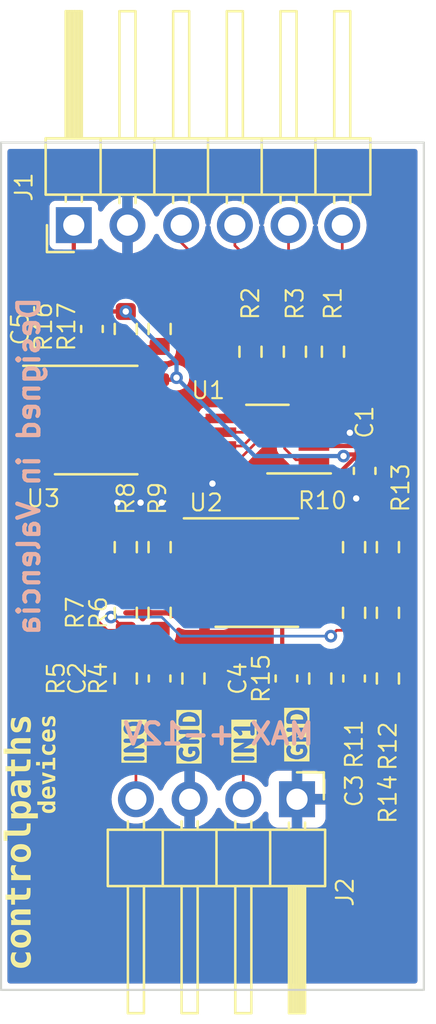
<source format=kicad_pcb>
(kicad_pcb (version 20221018) (generator pcbnew)
  (layers (0 "F.Cu" signal) (31 "B.Cu" signal) (34 "B.Paste" user) (35 "F.Paste" user) (36 "B.SilkS" user "B.Silkscreen") (37 "F.SilkS" user "F.Silkscreen") (38 "B.Mask" user) (39 "F.Mask" user) (44 "Edge.Cuts" user))
  (net 0 "")
  (net 1 "+3V3")
  (net 2 "GND")
  (net 3 "Net-(C2-Pad2)")
  (net 4 "Net-(C3-Pad2)")
  (net 5 "CS")
  (net 6 "DIN")
  (net 7 "DOUT")
  (net 8 "SCLK")
  (net 9 "ADC_IN1")
  (net 10 "ADC_IN0")
  (net 11 "Net-(U1-~{CS})")
  (net 12 "Net-(U1-DIN)")
  (net 13 "Net-(U1-SCLK)")
  (net 14 "Net-(U2A-+)")
  (net 15 "1v65")
  (net 16 "Net-(U2A--)")
  (net 17 "Net-(U1-IN1)")
  (net 18 "Net-(U2B--)")
  (net 19 "Net-(U1-IN2)")
  (net 20 "Net-(U2B-+)")
  (net 21 "Net-(U3B-+)")
  (net 22 "Net-(U3A-+)")
  (footprint "Resistor_SMD:R_0603_1608Metric" (layer "F.Cu") (at 118.3 65.3 90)
    (fp_text reference "R14" (at -5.7 0 90) (layer "F.SilkS") (effects (font (size 0.8 0.8) (thickness 0.1))))
    (fp_text value "1k")
    (fp_line (start -0.237258 -0.5225) (end 0.237258 -0.5225) (stroke (width 0.12)) (layer "F.SilkS"))
    (fp_line (start -0.237258 0.5225) (end 0.237258 0.5225) (stroke (width 0.12)) (layer "F.SilkS"))
    (pad "1" smd roundrect (at -0.825 0 90) (size 0.8 0.95) (layers "F.Cu" "F.Paste" "F.Mask") (net 2 "GND"))
    (pad "2" smd roundrect (at 0.825 0 90) (size 0.8 0.95) (layers "F.Cu" "F.Paste" "F.Mask") (net 4 "Net-(C3-Pad2)"))
  )
  (footprint "Package_SO:SOIC-8_3.9x4.9mm_P1.27mm" (layer "F.Cu") (at 104.5 53.1)
    (fp_text reference "U3" (at -2.5 3.7) (layer "F.SilkS") (effects (font (size 0.8 0.8) (thickness 0.1))))
    (fp_text value "TLV9062xD")
    (fp_line (start 0 -2.56) (end -3.45 -2.56) (stroke (width 0.12)) (layer "F.SilkS"))
    (fp_line (start 0 -2.56) (end 1.95 -2.56) (stroke (width 0.12)) (layer "F.SilkS"))
    (fp_line (start 0 2.56) (end -1.95 2.56) (stroke (width 0.12)) (layer "F.SilkS"))
    (fp_line (start 0 2.56) (end 1.95 2.56) (stroke (width 0.12)) (layer "F.SilkS"))
    (pad "1" smd roundrect (at -2.475 -1.905) (size 1.95 0.6) (layers "F.Cu" "F.Paste" "F.Mask") (net 2 "GND"))
    (pad "2" smd roundrect (at -2.475 -0.635) (size 1.95 0.6) (layers "F.Cu" "F.Paste" "F.Mask") (net 22 "Net-(U3A-+)"))
    (pad "3" smd roundrect (at -2.475 0.635) (size 1.95 0.6) (layers "F.Cu" "F.Paste" "F.Mask") (net 22 "Net-(U3A-+)"))
    (pad "4" smd roundrect (at -2.475 1.905) (size 1.95 0.6) (layers "F.Cu" "F.Paste" "F.Mask") (net 2 "GND"))
    (pad "5" smd roundrect (at 2.475 1.905) (size 1.95 0.6) (layers "F.Cu" "F.Paste" "F.Mask") (net 21 "Net-(U3B-+)"))
    (pad "6" smd roundrect (at 2.475 0.635) (size 1.95 0.6) (layers "F.Cu" "F.Paste" "F.Mask") (net 15 "1v65"))
    (pad "7" smd roundrect (at 2.475 -0.635) (size 1.95 0.6) (layers "F.Cu" "F.Paste" "F.Mask") (net 15 "1v65"))
    (pad "8" smd roundrect (at 2.475 -1.905) (size 1.95 0.6) (layers "F.Cu" "F.Paste" "F.Mask") (net 1 "+3V3"))
  )
  (footprint "Resistor_SMD:R_0603_1608Metric" (layer "F.Cu") (at 116.7 59.1 90)
    (fp_text reference "R10" (at 2.2 -1.5 180) (layer "F.SilkS") (effects (font (size 0.8 0.8) (thickness 0.1))))
    (fp_text value "10k")
    (fp_line (start -0.237258 -0.5225) (end 0.237258 -0.5225) (stroke (width 0.12)) (layer "F.SilkS"))
    (fp_line (start -0.237258 0.5225) (end 0.237258 0.5225) (stroke (width 0.12)) (layer "F.SilkS"))
    (pad "1" smd roundrect (at -0.825 0 90) (size 0.8 0.95) (layers "F.Cu" "F.Paste" "F.Mask") (net 18 "Net-(U2B--)"))
    (pad "2" smd roundrect (at 0.825 0 90) (size 0.8 0.95) (layers "F.Cu" "F.Paste" "F.Mask") (net 19 "Net-(U1-IN2)"))
  )
  (footprint "Resistor_SMD:R_0603_1608Metric" (layer "F.Cu") (at 116.7 62.2 90)
    (fp_text reference "R11" (at -6.2 0 90) (layer "F.SilkS") (effects (font (size 0.8 0.8) (thickness 0.1))))
    (fp_text value "10k")
    (fp_line (start -0.237258 -0.5225) (end 0.237258 -0.5225) (stroke (width 0.12)) (layer "F.SilkS"))
    (fp_line (start -0.237258 0.5225) (end 0.237258 0.5225) (stroke (width 0.12)) (layer "F.SilkS"))
    (pad "1" smd roundrect (at -0.825 0 90) (size 0.8 0.95) (layers "F.Cu" "F.Paste" "F.Mask") (net 15 "1v65"))
    (pad "2" smd roundrect (at 0.825 0 90) (size 0.8 0.95) (layers "F.Cu" "F.Paste" "F.Mask") (net 20 "Net-(U2B-+)"))
  )
  (footprint "Resistor_SMD:R_0603_1608Metric" (layer "F.Cu") (at 118.3 62.2 90)
    (fp_text reference "R12" (at -6.3 0 90) (layer "F.SilkS") (effects (font (size 0.8 0.8) (thickness 0.1))))
    (fp_text value "10k")
    (fp_line (start -0.237258 -0.5225) (end 0.237258 -0.5225) (stroke (width 0.12)) (layer "F.SilkS"))
    (fp_line (start -0.237258 0.5225) (end 0.237258 0.5225) (stroke (width 0.12)) (layer "F.SilkS"))
    (pad "1" smd roundrect (at -0.825 0 90) (size 0.8 0.95) (layers "F.Cu" "F.Paste" "F.Mask") (net 4 "Net-(C3-Pad2)"))
    (pad "2" smd roundrect (at 0.825 0 90) (size 0.8 0.95) (layers "F.Cu" "F.Paste" "F.Mask") (net 20 "Net-(U2B-+)"))
  )
  (footprint "Resistor_SMD:R_0603_1608Metric" (layer "F.Cu") (at 115.1 65.3 90)
    (fp_text reference "R15" (at 0 -2.8 90) (layer "F.SilkS") (effects (font (size 0.8 0.8) (thickness 0.1))))
    (fp_text value "6k8")
    (fp_line (start -0.237258 -0.5225) (end 0.237258 -0.5225) (stroke (width 0.12)) (layer "F.SilkS"))
    (fp_line (start -0.237258 0.5225) (end 0.237258 0.5225) (stroke (width 0.12)) (layer "F.SilkS"))
    (pad "1" smd roundrect (at -0.825 0 90) (size 0.8 0.95) (layers "F.Cu" "F.Paste" "F.Mask") (net 9 "ADC_IN1"))
    (pad "2" smd roundrect (at 0.825 0 90) (size 0.8 0.95) (layers "F.Cu" "F.Paste" "F.Mask") (net 4 "Net-(C3-Pad2)"))
  )
  (footprint "Resistor_SMD:R_0603_1608Metric" (layer "F.Cu") (at 118.3 59.1 -90)
    (fp_text reference "R13" (at -2.8 -0.6 90) (layer "F.SilkS") (effects (font (size 0.8 0.8) (thickness 0.1))))
    (fp_text value "10k")
    (fp_line (start -0.237258 -0.5225) (end 0.237258 -0.5225) (stroke (width 0.12)) (layer "F.SilkS"))
    (fp_line (start -0.237258 0.5225) (end 0.237258 0.5225) (stroke (width 0.12)) (layer "F.SilkS"))
    (pad "1" smd roundrect (at -0.825 0 270) (size 0.8 0.95) (layers "F.Cu" "F.Paste" "F.Mask") (net 2 "GND"))
    (pad "2" smd roundrect (at 0.825 0 270) (size 0.8 0.95) (layers "F.Cu" "F.Paste" "F.Mask") (net 18 "Net-(U2B--)"))
  )
  (footprint "Resistor_SMD:R_0603_1608Metric" (layer "F.Cu") (at 113.9 49.875 -90)
    (fp_text reference "R3" (at -2.275 0 90) (layer "F.SilkS") (effects (font (size 0.8 0.8) (thickness 0.1))))
    (fp_text value "100")
    (fp_line (start -0.237258 -0.5225) (end 0.237258 -0.5225) (stroke (width 0.12)) (layer "F.SilkS"))
    (fp_line (start -0.237258 0.5225) (end 0.237258 0.5225) (stroke (width 0.12)) (layer "F.SilkS"))
    (pad "1" smd roundrect (at -0.825 0 270) (size 0.8 0.95) (layers "F.Cu" "F.Paste" "F.Mask") (net 8 "SCLK"))
    (pad "2" smd roundrect (at 0.825 0 270) (size 0.8 0.95) (layers "F.Cu" "F.Paste" "F.Mask") (net 13 "Net-(U1-SCLK)"))
  )
  (footprint "Resistor_SMD:R_0603_1608Metric" (layer "F.Cu") (at 105.9 65.3 90)
    (fp_text reference "R5" (at 0 -3.3 90) (layer "F.SilkS") (effects (font (size 0.8 0.8) (thickness 0.1))))
    (fp_text value "6k8")
    (fp_line (start -0.237258 -0.5225) (end 0.237258 -0.5225) (stroke (width 0.12)) (layer "F.SilkS"))
    (fp_line (start -0.237258 0.5225) (end 0.237258 0.5225) (stroke (width 0.12)) (layer "F.SilkS"))
    (pad "1" smd roundrect (at -0.825 0 90) (size 0.8 0.95) (layers "F.Cu" "F.Paste" "F.Mask") (net 10 "ADC_IN0"))
    (pad "2" smd roundrect (at 0.825 0 90) (size 0.8 0.95) (layers "F.Cu" "F.Paste" "F.Mask") (net 3 "Net-(C2-Pad2)"))
  )
  (footprint "Connector_PinHeader_2.54mm:PinHeader_1x04_P2.54mm_Horizontal" (layer "F.Cu") (at 114 71 -90)
    (fp_text reference "J2" (at 4.385 -2.27 90) (layer "F.SilkS") (effects (font (size 0.8 0.8) (thickness 0.1))))
    (fp_text value "Conn_01x04_Pin")
    (fp_line (start -1.27 -1.27) (end 0 -1.27) (stroke (width 0.12)) (layer "F.SilkS"))
    (fp_line (start -1.27 0) (end -1.27 -1.27) (stroke (width 0.12)) (layer "F.SilkS"))
    (fp_line (start 1.042929 2.16) (end 1.44 2.16) (stroke (width 0.12)) (layer "F.SilkS"))
    (fp_line (start 1.042929 2.92) (end 1.44 2.92) (stroke (width 0.12)) (layer "F.SilkS"))
    (fp_line (start 1.042929 4.7) (end 1.44 4.7) (stroke (width 0.12)) (layer "F.SilkS"))
    (fp_line (start 1.042929 5.46) (end 1.44 5.46) (stroke (width 0.12)) (layer "F.SilkS"))
    (fp_line (start 1.042929 7.24) (end 1.44 7.24) (stroke (width 0.12)) (layer "F.SilkS"))
    (fp_line (start 1.042929 8) (end 1.44 8) (stroke (width 0.12)) (layer "F.SilkS"))
    (fp_line (start 1.11 -0.38) (end 1.44 -0.38) (stroke (width 0.12)) (layer "F.SilkS"))
    (fp_line (start 1.11 0.38) (end 1.44 0.38) (stroke (width 0.12)) (layer "F.SilkS"))
    (fp_line (start 1.44 -1.33) (end 1.44 8.95) (stroke (width 0.12)) (layer "F.SilkS"))
    (fp_line (start 1.44 1.27) (end 4.1 1.27) (stroke (width 0.12)) (layer "F.SilkS"))
    (fp_line (start 1.44 3.81) (end 4.1 3.81) (stroke (width 0.12)) (layer "F.SilkS"))
    (fp_line (start 1.44 6.35) (end 4.1 6.35) (stroke (width 0.12)) (layer "F.SilkS"))
    (fp_line (start 1.44 8.95) (end 4.1 8.95) (stroke (width 0.12)) (layer "F.SilkS"))
    (fp_line (start 4.1 -1.33) (end 1.44 -1.33) (stroke (width 0.12)) (layer "F.SilkS"))
    (fp_line (start 4.1 -0.38) (end 10.1 -0.38) (stroke (width 0.12)) (layer "F.SilkS"))
    (fp_line (start 4.1 -0.32) (end 10.1 -0.32) (stroke (width 0.12)) (layer "F.SilkS"))
    (fp_line (start 4.1 -0.2) (end 10.1 -0.2) (stroke (width 0.12)) (layer "F.SilkS"))
    (fp_line (start 4.1 -0.08) (end 10.1 -0.08) (stroke (width 0.12)) (layer "F.SilkS"))
    (fp_line (start 4.1 0.04) (end 10.1 0.04) (stroke (width 0.12)) (layer "F.SilkS"))
    (fp_line (start 4.1 0.16) (end 10.1 0.16) (stroke (width 0.12)) (layer "F.SilkS"))
    (fp_line (start 4.1 0.28) (end 10.1 0.28) (stroke (width 0.12)) (layer "F.SilkS"))
    (fp_line (start 4.1 2.16) (end 10.1 2.16) (stroke (width 0.12)) (layer "F.SilkS"))
    (fp_line (start 4.1 4.7) (end 10.1 4.7) (stroke (width 0.12)) (layer "F.SilkS"))
    (fp_line (start 4.1 7.24) (end 10.1 7.24) (stroke (width 0.12)) (layer "F.SilkS"))
    (fp_line (start 4.1 8.95) (end 4.1 -1.33) (stroke (width 0.12)) (layer "F.SilkS"))
    (fp_line (start 10.1 -0.38) (end 10.1 0.38) (stroke (width 0.12)) (layer "F.SilkS"))
    (fp_line (start 10.1 0.38) (end 4.1 0.38) (stroke (width 0.12)) (layer "F.SilkS"))
    (fp_line (start 10.1 2.16) (end 10.1 2.92) (stroke (width 0.12)) (layer "F.SilkS"))
    (fp_line (start 10.1 2.92) (end 4.1 2.92) (stroke (width 0.12)) (layer "F.SilkS"))
    (fp_line (start 10.1 4.7) (end 10.1 5.46) (stroke (width 0.12)) (layer "F.SilkS"))
    (fp_line (start 10.1 5.46) (end 4.1 5.46) (stroke (width 0.12)) (layer "F.SilkS"))
    (fp_line (start 10.1 7.24) (end 10.1 8) (stroke (width 0.12)) (layer "F.SilkS"))
    (fp_line (start 10.1 8) (end 4.1 8) (stroke (width 0.12)) (layer "F.SilkS"))
    (pad "1" thru_hole rect (at 0 0 270) (size 1.7 1.7) (drill 1) (layers "*.Cu" "*.Mask") (net 2 "GND"))
    (pad "2" thru_hole oval (at 0 2.54 270) (size 1.7 1.7) (drill 1) (layers "*.Cu" "*.Mask") (net 9 "ADC_IN1"))
    (pad "3" thru_hole oval (at 0 5.08 270) (size 1.7 1.7) (drill 1) (layers "*.Cu" "*.Mask") (net 2 "GND"))
    (pad "4" thru_hole oval (at 0 7.62 270) (size 1.7 1.7) (drill 1) (layers "*.Cu" "*.Mask") (net 10 "ADC_IN0"))
  )
  (footprint "Resistor_SMD:R_0603_1608Metric" (layer "F.Cu") (at 107.5 48.8 90)
    (fp_text reference "R17" (at 0.1 -4.4 90) (layer "F.SilkS") (effects (font (size 0.8 0.8) (thickness 0.1))))
    (fp_text value "10k")
    (fp_line (start -0.237258 -0.5225) (end 0.237258 -0.5225) (stroke (width 0.12)) (layer "F.SilkS"))
    (fp_line (start -0.237258 0.5225) (end 0.237258 0.5225) (stroke (width 0.12)) (layer "F.SilkS"))
    (pad "1" smd roundrect (at -0.825 0 90) (size 0.8 0.95) (layers "F.Cu" "F.Paste" "F.Mask") (net 21 "Net-(U3B-+)"))
    (pad "2" smd roundrect (at 0.825 0 90) (size 0.8 0.95) (layers "F.Cu" "F.Paste" "F.Mask") (net 2 "GND"))
  )
  (footprint "Resistor_SMD:R_0603_1608Metric" (layer "F.Cu") (at 115.7 49.875 -90)
    (fp_text reference "R1" (at -2.275 0 90) (layer "F.SilkS") (effects (font (size 0.8 0.8) (thickness 0.1))))
    (fp_text value "100")
    (fp_line (start -0.237258 -0.5225) (end 0.237258 -0.5225) (stroke (width 0.12)) (layer "F.SilkS"))
    (fp_line (start -0.237258 0.5225) (end 0.237258 0.5225) (stroke (width 0.12)) (layer "F.SilkS"))
    (pad "1" smd roundrect (at -0.825 0 270) (size 0.8 0.95) (layers "F.Cu" "F.Paste" "F.Mask") (net 5 "CS"))
    (pad "2" smd roundrect (at 0.825 0 270) (size 0.8 0.95) (layers "F.Cu" "F.Paste" "F.Mask") (net 11 "Net-(U1-~{CS})"))
  )
  (footprint "Resistor_SMD:R_0603_1608Metric" (layer "F.Cu") (at 107.5 62.2 90)
    (fp_text reference "R6" (at 0 -2.9 90) (layer "F.SilkS") (effects (font (size 0.8 0.8) (thickness 0.1))))
    (fp_text value "10k")
    (fp_line (start -0.237258 -0.5225) (end 0.237258 -0.5225) (stroke (width 0.12)) (layer "F.SilkS"))
    (fp_line (start -0.237258 0.5225) (end 0.237258 0.5225) (stroke (width 0.12)) (layer "F.SilkS"))
    (pad "1" smd roundrect (at -0.825 0 90) (size 0.8 0.95) (layers "F.Cu" "F.Paste" "F.Mask") (net 3 "Net-(C2-Pad2)"))
    (pad "2" smd roundrect (at 0.825 0 90) (size 0.8 0.95) (layers "F.Cu" "F.Paste" "F.Mask") (net 14 "Net-(U2A-+)"))
  )
  (footprint "Package_SO:SOIC-8_3.9x4.9mm_P1.27mm" (layer "F.Cu") (at 112.1 60.3)
    (fp_text reference "U2" (at -2.4 -3.3) (layer "F.SilkS") (effects (font (size 0.8 0.8) (thickness 0.1))))
    (fp_text value "TLV9062xD")
    (fp_line (start 0 -2.56) (end -3.45 -2.56) (stroke (width 0.12)) (layer "F.SilkS"))
    (fp_line (start 0 -2.56) (end 1.95 -2.56) (stroke (width 0.12)) (layer "F.SilkS"))
    (fp_line (start 0 2.56) (end -1.95 2.56) (stroke (width 0.12)) (layer "F.SilkS"))
    (fp_line (start 0 2.56) (end 1.95 2.56) (stroke (width 0.12)) (layer "F.SilkS"))
    (pad "1" smd roundrect (at -2.475 -1.905) (size 1.95 0.6) (layers "F.Cu" "F.Paste" "F.Mask") (net 17 "Net-(U1-IN1)"))
    (pad "2" smd roundrect (at -2.475 -0.635) (size 1.95 0.6) (layers "F.Cu" "F.Paste" "F.Mask") (net 16 "Net-(U2A--)"))
    (pad "3" smd roundrect (at -2.475 0.635) (size 1.95 0.6) (layers "F.Cu" "F.Paste" "F.Mask") (net 14 "Net-(U2A-+)"))
    (pad "4" smd roundrect (at -2.475 1.905) (size 1.95 0.6) (layers "F.Cu" "F.Paste" "F.Mask") (net 2 "GND"))
    (pad "5" smd roundrect (at 2.475 1.905) (size 1.95 0.6) (layers "F.Cu" "F.Paste" "F.Mask") (net 20 "Net-(U2B-+)"))
    (pad "6" smd roundrect (at 2.475 0.635) (size 1.95 0.6) (layers "F.Cu" "F.Paste" "F.Mask") (net 18 "Net-(U2B--)"))
    (pad "7" smd roundrect (at 2.475 -0.635) (size 1.95 0.6) (layers "F.Cu" "F.Paste" "F.Mask") (net 19 "Net-(U1-IN2)"))
    (pad "8" smd roundrect (at 2.475 -1.905) (size 1.95 0.6) (layers "F.Cu" "F.Paste" "F.Mask") (net 1 "+3V3"))
  )
  (footprint "Resistor_SMD:R_0603_1608Metric" (layer "F.Cu") (at 109.1 65.3 90)
    (fp_text reference "R4" (at 0 -4.5 90) (layer "F.SilkS") (effects (font (size 0.8 0.8) (thickness 0.1))))
    (fp_text value "1k")
    (fp_line (start -0.237258 -0.5225) (end 0.237258 -0.5225) (stroke (width 0.12)) (layer "F.SilkS"))
    (fp_line (start -0.237258 0.5225) (end 0.237258 0.5225) (stroke (width 0.12)) (layer "F.SilkS"))
    (pad "1" smd roundrect (at -0.825 0 90) (size 0.8 0.95) (layers "F.Cu" "F.Paste" "F.Mask") (net 2 "GND"))
    (pad "2" smd roundrect (at 0.825 0 90) (size 0.8 0.95) (layers "F.Cu" "F.Paste" "F.Mask") (net 3 "Net-(C2-Pad2)"))
  )
  (footprint "Resistor_SMD:R_0603_1608Metric" (layer "F.Cu") (at 107.5 59.1 90)
    (fp_text reference "R9" (at 2.3 -0.1 90) (layer "F.SilkS") (effects (font (size 0.8 0.8) (thickness 0.1))))
    (fp_text value "10k")
    (fp_line (start -0.237258 -0.5225) (end 0.237258 -0.5225) (stroke (width 0.12)) (layer "F.SilkS"))
    (fp_line (start -0.237258 0.5225) (end 0.237258 0.5225) (stroke (width 0.12)) (layer "F.SilkS"))
    (pad "1" smd roundrect (at -0.825 0 90) (size 0.8 0.95) (layers "F.Cu" "F.Paste" "F.Mask") (net 16 "Net-(U2A--)"))
    (pad "2" smd roundrect (at 0.825 0 90) (size 0.8 0.95) (layers "F.Cu" "F.Paste" "F.Mask") (net 17 "Net-(U1-IN1)"))
  )
  (footprint "Capacitor_SMD:C_0603_1608Metric" (layer "F.Cu") (at 116.7 65.3 90)
    (fp_text reference "C3" (at -5.3 0 90) (layer "F.SilkS") (effects (font (size 0.8 0.8) (thickness 0.1))))
    (fp_text value "2n2")
    (fp_line (start -0.14058 -0.51) (end 0.14058 -0.51) (stroke (width 0.12)) (layer "F.SilkS"))
    (fp_line (start -0.14058 0.51) (end 0.14058 0.51) (stroke (width 0.12)) (layer "F.SilkS"))
    (pad "1" smd roundrect (at -0.775 0 90) (size 0.9 0.95) (layers "F.Cu" "F.Paste" "F.Mask") (net 2 "GND"))
    (pad "2" smd roundrect (at 0.775 0 90) (size 0.9 0.95) (layers "F.Cu" "F.Paste" "F.Mask") (net 4 "Net-(C3-Pad2)"))
  )
  (footprint "Resistor_SMD:R_0603_1608Metric" (layer "F.Cu") (at 105.9 59.1 -90)
    (fp_text reference "R8" (at -2.3 0 90) (layer "F.SilkS") (effects (font (size 0.8 0.8) (thickness 0.1))))
    (fp_text value "10k")
    (fp_line (start -0.237258 -0.5225) (end 0.237258 -0.5225) (stroke (width 0.12)) (layer "F.SilkS"))
    (fp_line (start -0.237258 0.5225) (end 0.237258 0.5225) (stroke (width 0.12)) (layer "F.SilkS"))
    (pad "1" smd roundrect (at -0.825 0 270) (size 0.8 0.95) (layers "F.Cu" "F.Paste" "F.Mask") (net 2 "GND"))
    (pad "2" smd roundrect (at 0.825 0 270) (size 0.8 0.95) (layers "F.Cu" "F.Paste" "F.Mask") (net 16 "Net-(U2A--)"))
  )
  (footprint "Package_SO:VSSOP-8_3.0x3.0mm_P0.65mm" (layer "F.Cu") (at 112.6 54 180)
    (fp_text reference "U1" (at 2.8 2.3) (layer "F.SilkS") (effects (font (size 0.8 0.8) (thickness 0.1))))
    (fp_text value "ADC122Sxxx")
    (fp_line (start 0 -1.62) (end -3 -1.62) (stroke (width 0.12)) (layer "F.SilkS"))
    (fp_line (start 1 1.62) (end -1 1.62) (stroke (width 0.12)) (layer "F.SilkS"))
    (pad "1" smd rect (at -2.2 -0.975 90) (size 0.45 1.45) (layers "F.Cu" "F.Paste" "F.Mask") (net 11 "Net-(U1-~{CS})"))
    (pad "2" smd rect (at -2.2 -0.325 90) (size 0.45 1.45) (layers "F.Cu" "F.Paste" "F.Mask") (net 1 "+3V3"))
    (pad "3" smd rect (at -2.2 0.325 90) (size 0.45 1.45) (layers "F.Cu" "F.Paste" "F.Mask") (net 2 "GND"))
    (pad "4" smd rect (at -2.2 0.975 90) (size 0.45 1.45) (layers "F.Cu" "F.Paste" "F.Mask") (net 19 "Net-(U1-IN2)"))
    (pad "5" smd rect (at 2.2 0.975 90) (size 0.45 1.45) (layers "F.Cu" "F.Paste" "F.Mask") (net 17 "Net-(U1-IN1)"))
    (pad "6" smd rect (at 2.2 0.325 90) (size 0.45 1.45) (layers "F.Cu" "F.Paste" "F.Mask") (net 12 "Net-(U1-DIN)"))
    (pad "7" smd rect (at 2.2 -0.325 90) (size 0.45 1.45) (layers "F.Cu" "F.Paste" "F.Mask") (net 7 "DOUT"))
    (pad "8" smd rect (at 2.2 -0.975 90) (size 0.45 1.45) (layers "F.Cu" "F.Paste" "F.Mask") (net 13 "Net-(U1-SCLK)"))
  )
  (footprint "Resistor_SMD:R_0603_1608Metric" (layer "F.Cu") (at 105.9 48.8 -90)
    (fp_text reference "R16" (at -0.1 3.9 90) (layer "F.SilkS") (effects (font (size 0.8 0.8) (thickness 0.1))))
    (fp_text value "10k")
    (fp_line (start -0.237258 -0.5225) (end 0.237258 -0.5225) (stroke (width 0.12)) (layer "F.SilkS"))
    (fp_line (start -0.237258 0.5225) (end 0.237258 0.5225) (stroke (width 0.12)) (layer "F.SilkS"))
    (pad "1" smd roundrect (at -0.825 0 270) (size 0.8 0.95) (layers "F.Cu" "F.Paste" "F.Mask") (net 1 "+3V3"))
    (pad "2" smd roundrect (at 0.825 0 270) (size 0.8 0.95) (layers "F.Cu" "F.Paste" "F.Mask") (net 21 "Net-(U3B-+)"))
  )
  (footprint "Resistor_SMD:R_0603_1608Metric" (layer "F.Cu") (at 111.8 49.875 -90)
    (fp_text reference "R2" (at -2.275 0 90) (layer "F.SilkS") (effects (font (size 0.8 0.8) (thickness 0.1))))
    (fp_text value "100")
    (fp_line (start -0.237258 -0.5225) (end 0.237258 -0.5225) (stroke (width 0.12)) (layer "F.SilkS"))
    (fp_line (start -0.237258 0.5225) (end 0.237258 0.5225) (stroke (width 0.12)) (layer "F.SilkS"))
    (pad "1" smd roundrect (at -0.825 0 270) (size 0.8 0.95) (layers "F.Cu" "F.Paste" "F.Mask") (net 6 "DIN"))
    (pad "2" smd roundrect (at 0.825 0 270) (size 0.8 0.95) (layers "F.Cu" "F.Paste" "F.Mask") (net 12 "Net-(U1-DIN)"))
  )
  (footprint "Capacitor_SMD:C_0603_1608Metric" (layer "F.Cu") (at 104.3 48.8 -90)
    (fp_text reference "C5" (at 0 3.4 90) (layer "F.SilkS") (effects (font (size 0.8 0.8) (thickness 0.1))))
    (fp_text value "100n")
    (fp_line (start -0.14058 -0.51) (end 0.14058 -0.51) (stroke (width 0.12)) (layer "F.SilkS"))
    (fp_line (start -0.14058 0.51) (end 0.14058 0.51) (stroke (width 0.12)) (layer "F.SilkS"))
    (pad "1" smd roundrect (at -0.775 0 270) (size 0.9 0.95) (layers "F.Cu" "F.Paste" "F.Mask") (net 1 "+3V3"))
    (pad "2" smd roundrect (at 0.775 0 270) (size 0.9 0.95) (layers "F.Cu" "F.Paste" "F.Mask") (net 2 "GND"))
  )
  (footprint "Capacitor_SMD:C_0603_1608Metric" (layer "F.Cu") (at 107.5 65.3 90)
    (fp_text reference "C2" (at 0 -3.9 90) (layer "F.SilkS") (effects (font (size 0.8 0.8) (thickness 0.1))))
    (fp_text value "2n2")
    (fp_line (start -0.14058 -0.51) (end 0.14058 -0.51) (stroke (width 0.12)) (layer "F.SilkS"))
    (fp_line (start -0.14058 0.51) (end 0.14058 0.51) (stroke (width 0.12)) (layer "F.SilkS"))
    (pad "1" smd roundrect (at -0.775 0 90) (size 0.9 0.95) (layers "F.Cu" "F.Paste" "F.Mask") (net 2 "GND"))
    (pad "2" smd roundrect (at 0.775 0 90) (size 0.9 0.95) (layers "F.Cu" "F.Paste" "F.Mask") (net 3 "Net-(C2-Pad2)"))
  )
  (footprint "Resistor_SMD:R_0603_1608Metric" (layer "F.Cu") (at 105.9 62.2 90)
    (fp_text reference "R7" (at 0 -2.4 90) (layer "F.SilkS") (effects (font (size 0.8 0.8) (thickness 0.1))))
    (fp_text value "10k")
    (fp_line (start -0.237258 -0.5225) (end 0.237258 -0.5225) (stroke (width 0.12)) (layer "F.SilkS"))
    (fp_line (start -0.237258 0.5225) (end 0.237258 0.5225) (stroke (width 0.12)) (layer "F.SilkS"))
    (pad "1" smd roundrect (at -0.825 0 90) (size 0.8 0.95) (layers "F.Cu" "F.Paste" "F.Mask") (net 15 "1v65"))
    (pad "2" smd roundrect (at 0.825 0 90) (size 0.8 0.95) (layers "F.Cu" "F.Paste" "F.Mask") (net 14 "Net-(U2A-+)"))
  )
  (footprint "Capacitor_SMD:C_0603_1608Metric" (layer "F.Cu") (at 117.2 55.5 -90)
    (fp_text reference "C1" (at -2.3 0 90) (layer "F.SilkS") (effects (font (size 0.8 0.8) (thickness 0.1))))
    (fp_text value "100n")
    (fp_line (start -0.14058 -0.51) (end 0.14058 -0.51) (stroke (width 0.12)) (layer "F.SilkS"))
    (fp_line (start -0.14058 0.51) (end 0.14058 0.51) (stroke (width 0.12)) (layer "F.SilkS"))
    (pad "1" smd roundrect (at -0.775 0 270) (size 0.9 0.95) (layers "F.Cu" "F.Paste" "F.Mask") (net 1 "+3V3"))
    (pad "2" smd roundrect (at 0.775 0 270) (size 0.9 0.95) (layers "F.Cu" "F.Paste" "F.Mask") (net 2 "GND"))
  )
  (footprint "Capacitor_SMD:C_0603_1608Metric" (layer "F.Cu") (at 113.5 65.3 -90)
    (fp_text reference "C4" (at 0 2.3 90) (layer "F.SilkS") (effects (font (size 0.8 0.8) (thickness 0.1))))
    (fp_text value "100n")
    (fp_line (start -0.14058 -0.51) (end 0.14058 -0.51) (stroke (width 0.12)) (layer "F.SilkS"))
    (fp_line (start -0.14058 0.51) (end 0.14058 0.51) (stroke (width 0.12)) (layer "F.SilkS"))
    (pad "1" smd roundrect (at -0.775 0 270) (size 0.9 0.95) (layers "F.Cu" "F.Paste" "F.Mask") (net 1 "+3V3"))
    (pad "2" smd roundrect (at 0.775 0 270) (size 0.9 0.95) (layers "F.Cu" "F.Paste" "F.Mask") (net 2 "GND"))
  )
  (footprint "Connector_PinHeader_2.54mm:PinHeader_1x06_P2.54mm_Horizontal" (layer "F.Cu") (at 103.44 43.9 90)
    (fp_text reference "J1" (at 1.8 -2.36 90) (layer "F.SilkS") (effects (font (size 0.8 0.8) (thickness 0.1))))
    (fp_text value "Conn_01x06_Pin")
    (fp_line (start -1.27 -1.27) (end 0 -1.27) (stroke (width 0.12)) (layer "F.SilkS"))
    (fp_line (start -1.27 0) (end -1.27 -1.27) (stroke (width 0.12)) (layer "F.SilkS"))
    (fp_line (start 1.042929 2.16) (end 1.44 2.16) (stroke (width 0.12)) (layer "F.SilkS"))
    (fp_line (start 1.042929 2.92) (end 1.44 2.92) (stroke (width 0.12)) (layer "F.SilkS"))
    (fp_line (start 1.042929 4.7) (end 1.44 4.7) (stroke (width 0.12)) (layer "F.SilkS"))
    (fp_line (start 1.042929 5.46) (end 1.44 5.46) (stroke (width 0.12)) (layer "F.SilkS"))
    (fp_line (start 1.042929 7.24) (end 1.44 7.24) (stroke (width 0.12)) (layer "F.SilkS"))
    (fp_line (start 1.042929 8) (end 1.44 8) (stroke (width 0.12)) (layer "F.SilkS"))
    (fp_line (start 1.042929 9.78) (end 1.44 9.78) (stroke (width 0.12)) (layer "F.SilkS"))
    (fp_line (start 1.042929 10.54) (end 1.44 10.54) (stroke (width 0.12)) (layer "F.SilkS"))
    (fp_line (start 1.042929 12.32) (end 1.44 12.32) (stroke (width 0.12)) (layer "F.SilkS"))
    (fp_line (start 1.042929 13.08) (end 1.44 13.08) (stroke (width 0.12)) (layer "F.SilkS"))
    (fp_line (start 1.11 -0.38) (end 1.44 -0.38) (stroke (width 0.12)) (layer "F.SilkS"))
    (fp_line (start 1.11 0.38) (end 1.44 0.38) (stroke (width 0.12)) (layer "F.SilkS"))
    (fp_line (start 1.44 -1.33) (end 1.44 14.03) (stroke (width 0.12)) (layer "F.SilkS"))
    (fp_line (start 1.44 1.27) (end 4.1 1.27) (stroke (width 0.12)) (layer "F.SilkS"))
    (fp_line (start 1.44 3.81) (end 4.1 3.81) (stroke (width 0.12)) (layer "F.SilkS"))
    (fp_line (start 1.44 6.35) (end 4.1 6.35) (stroke (width 0.12)) (layer "F.SilkS"))
    (fp_line (start 1.44 8.89) (end 4.1 8.89) (stroke (width 0.12)) (layer "F.SilkS"))
    (fp_line (start 1.44 11.43) (end 4.1 11.43) (stroke (width 0.12)) (layer "F.SilkS"))
    (fp_line (start 1.44 14.03) (end 4.1 14.03) (stroke (width 0.12)) (layer "F.SilkS"))
    (fp_line (start 4.1 -1.33) (end 1.44 -1.33) (stroke (width 0.12)) (layer "F.SilkS"))
    (fp_line (start 4.1 -0.38) (end 10.1 -0.38) (stroke (width 0.12)) (layer "F.SilkS"))
    (fp_line (start 4.1 -0.32) (end 10.1 -0.32) (stroke (width 0.12)) (layer "F.SilkS"))
    (fp_line (start 4.1 -0.2) (end 10.1 -0.2) (stroke (width 0.12)) (layer "F.SilkS"))
    (fp_line (start 4.1 -0.08) (end 10.1 -0.08) (stroke (width 0.12)) (layer "F.SilkS"))
    (fp_line (start 4.1 0.04) (end 10.1 0.04) (stroke (width 0.12)) (layer "F.SilkS"))
    (fp_line (start 4.1 0.16) (end 10.1 0.16) (stroke (width 0.12)) (layer "F.SilkS"))
    (fp_line (start 4.1 0.28) (end 10.1 0.28) (stroke (width 0.12)) (layer "F.SilkS"))
    (fp_line (start 4.1 2.16) (end 10.1 2.16) (stroke (width 0.12)) (layer "F.SilkS"))
    (fp_line (start 4.1 4.7) (end 10.1 4.7) (stroke (width 0.12)) (layer "F.SilkS"))
    (fp_line (start 4.1 7.24) (end 10.1 7.24) (stroke (width 0.12)) (layer "F.SilkS"))
    (fp_line (start 4.1 9.78) (end 10.1 9.78) (stroke (width 0.12)) (layer "F.SilkS"))
    (fp_line (start 4.1 12.32) (end 10.1 12.32) (stroke (width 0.12)) (layer "F.SilkS"))
    (fp_line (start 4.1 14.03) (end 4.1 -1.33) (stroke (width 0.12)) (layer "F.SilkS"))
    (fp_line (start 10.1 -0.38) (end 10.1 0.38) (stroke (width 0.12)) (layer "F.SilkS"))
    (fp_line (start 10.1 0.38) (end 4.1 0.38) (stroke (width 0.12)) (layer "F.SilkS"))
    (fp_line (start 10.1 2.16) (end 10.1 2.92) (stroke (width 0.12)) (layer "F.SilkS"))
    (fp_line (start 10.1 2.92) (end 4.1 2.92) (stroke (width 0.12)) (layer "F.SilkS"))
    (fp_line (start 10.1 4.7) (end 10.1 5.46) (stroke (width 0.12)) (layer "F.SilkS"))
    (fp_line (start 10.1 5.46) (end 4.1 5.46) (stroke (width 0.12)) (layer "F.SilkS"))
    (fp_line (start 10.1 7.24) (end 10.1 8) (stroke (width 0.12)) (layer "F.SilkS"))
    (fp_line (start 10.1 8) (end 4.1 8) (stroke (width 0.12)) (layer "F.SilkS"))
    (fp_line (start 10.1 9.78) (end 10.1 10.54) (stroke (width 0.12)) (layer "F.SilkS"))
    (fp_line (start 10.1 10.54) (end 4.1 10.54) (stroke (width 0.12)) (layer "F.SilkS"))
    (fp_line (start 10.1 12.32) (end 10.1 13.08) (stroke (width 0.12)) (layer "F.SilkS"))
    (fp_line (start 10.1 13.08) (end 4.1 13.08) (stroke (width 0.12)) (layer "F.SilkS"))
    (pad "1" thru_hole rect (at 0 0 90) (size 1.7 1.7) (drill 1) (layers "*.Cu" "*.Mask") (net 1 "+3V3"))
    (pad "2" thru_hole oval (at 0 2.54 90) (size 1.7 1.7) (drill 1) (layers "*.Cu" "*.Mask") (net 2 "GND"))
    (pad "3" thru_hole oval (at 0 5.08 90) (size 1.7 1.7) (drill 1) (layers "*.Cu" "*.Mask") (net 6 "DIN"))
    (pad "4" thru_hole oval (at 0 7.62 90) (size 1.7 1.7) (drill 1) (layers "*.Cu" "*.Mask") (net 7 "DOUT"))
    (pad "5" thru_hole oval (at 0 10.16 90) (size 1.7 1.7) (drill 1) (layers "*.Cu" "*.Mask") (net 8 "SCLK"))
    (pad "6" thru_hole oval (at 0 12.7 90) (size 1.7 1.7) (drill 1) (layers "*.Cu" "*.Mask") (net 5 "CS"))
  )
  (gr_line (start 120 40) (end 120 80) (stroke (width 0.1)) (layer "Edge.Cuts"))
  (gr_line (start 100 40) (end 120 40) (stroke (width 0.1)) (layer "Edge.Cuts"))
  (gr_line (start 120 80) (end 100 80) (stroke (width 0.1)) (layer "Edge.Cuts"))
  (gr_line (start 100 80) (end 100 40) (stroke (width 0.1)) (layer "Edge.Cuts"))
  (gr_text "MAX +-12V" (at 114.9 68.5) (layer "B.SilkS") (effects (font (size 1 1) (thickness 0.2) bold) (justify left bottom mirror)))
  (gr_text "Designed in Valencia" (at 101.9 47.2 90) (layer "B.SilkS") (effects (font (size 1 1) (thickness 0.2) bold) (justify left bottom mirror)))
  (gr_text "GND" (at 114.5 69.3 90) (layer "F.SilkS" knockout) (effects (font (size 0.8 0.8) (thickness 0.2) bold) (justify left bottom)))
  (gr_text "devices" (at 102.7 71.7 90) (layer "F.SilkS") (effects (font (size 0.8 0.8) (thickness 0.2) bold) (justify left bottom)))
  (gr_text "GND" (at 109.4 69.4 90) (layer "F.SilkS" knockout) (effects (font (size 0.8 0.8) (thickness 0.2) bold) (justify left bottom)))
  (gr_text "controlpaths" (at 101.6 79.1 90) (layer "F.SilkS") (effects (font (size 1.2 1.2) (thickness 0.3) bold) (justify left bottom)))
  (gr_text "IN1\n" (at 112 69.4 90) (layer "F.SilkS" knockout) (effects (font (size 0.8 0.8) (thickness 0.2) bold) (justify left bottom)))
  (gr_text "IN0" (at 106.8 69.4 90) (layer "F.SilkS" knockout) (effects (font (size 0.8 0.8) (thickness 0.2) bold) (justify left bottom)))
  (segment (start 103.44 47.165) (end 104.3 48.025) (width 0.2) (layer "F.Cu") (net 1))
  (segment (start 113.5 64.525) (end 113.3 64.325) (width 0.2) (layer "F.Cu") (net 1))
  (segment (start 114.575 58.395) (end 115.8 57.17) (width 0.2) (layer "F.Cu") (net 1))
  (segment (start 103.44 43.9) (end 103.44 47.165) (width 0.2) (layer "F.Cu") (net 1))
  (segment (start 105.9 47.975) (end 104.35 47.975) (width 0.2) (layer "F.Cu") (net 1))
  (segment (start 116.875 54.725) (end 117.2 54.725) (width 0.2) (layer "F.Cu") (net 1))
  (segment (start 108.205 51.195) (end 108.3 51.1) (width 0.2) (layer "F.Cu") (net 1))
  (segment (start 104.35 47.975) (end 104.3 48.025) (width 0.2) (layer "F.Cu") (net 1))
  (segment (start 116.275 54.725) (end 116.2 54.8) (width 0.2) (layer "F.Cu") (net 1))
  (segment (start 114.8 54.325) (end 116.8 54.325) (width 0.2) (layer "F.Cu") (net 1))
  (segment (start 116.8 54.325) (end 117.2 54.725) (width 0.2) (layer "F.Cu") (net 1))
  (segment (start 113.3 59) (end 113.905 58.395) (width 0.2) (layer "F.Cu") (net 1))
  (segment (start 115.8 55.8) (end 116.875 54.725) (width 0.2) (layer "F.Cu") (net 1))
  (segment (start 113.3 64.325) (end 113.3 59) (width 0.2) (layer "F.Cu") (net 1))
  (segment (start 113.905 58.395) (end 114.575 58.395) (width 0.2) (layer "F.Cu") (net 1))
  (segment (start 117.2 54.725) (end 116.275 54.725) (width 0.2) (layer "F.Cu") (net 1))
  (segment (start 106.975 51.195) (end 108.205 51.195) (width 0.2) (layer "F.Cu") (net 1))
  (segment (start 115.8 57.17) (end 115.8 55.8) (width 0.2) (layer "F.Cu") (net 1))
  (via (at 116.2 54.8) (size 0.6) (drill 0.3) (layers "F.Cu" "B.Cu") (net 1))
  (via (at 108.3 51.1) (size 0.6) (drill 0.3) (layers "F.Cu" "B.Cu") (net 1))
  (via (at 105.9 47.975) (size 0.6) (drill 0.3) (layers "F.Cu" "B.Cu") (net 1))
  (segment (start 108.3 51.1) (end 108.3 50.375) (width 0.2) (layer "B.Cu") (net 1))
  (segment (start 112 54.8) (end 116.2 54.8) (width 0.2) (layer "B.Cu") (net 1))
  (segment (start 108.3 50.375) (end 105.9 47.975) (width 0.2) (layer "B.Cu") (net 1))
  (segment (start 108.3 51.1) (end 112 54.8) (width 0.2) (layer "B.Cu") (net 1))
  (segment (start 116.4 53.7) (end 116.5 53.7) (width 0.127) (layer "F.Cu") (net 2))
  (segment (start 116.5 53.7) (end 116.375 53.675) (width 0.127) (layer "F.Cu") (net 2))
  (segment (start 114.8 53.675) (end 116.375 53.675) (width 0.127) (layer "F.Cu") (net 2))
  (via (at 106.6 57) (size 0.6) (drill 0.3) (layers "F.Cu" "B.Cu") (net 2))
  (via (at 116.5 53.7) (size 0.6) (drill 0.3) (layers "F.Cu" "B.Cu") (net 2))
  (via (at 107.6 57) (size 0.6) (drill 0.3) (layers "F.Cu" "B.Cu") (net 2))
  (via (at 110 56.1) (size 0.6) (drill 0.3) (layers "F.Cu" "B.Cu") (net 2))
  (via (at 105.5 57) (size 0.6) (drill 0.3) (layers "F.Cu" "B.Cu") (net 2))
  (via (at 116.8 56.8) (size 0.6) (drill 0.3) (layers "F.Cu" "B.Cu") (net 2))
  (segment (start 107.45 64.475) (end 107.5 64.525) (width 0.127) (layer "F.Cu") (net 3))
  (segment (start 107.5 63.025) (end 107.5 64.525) (width 0.127) (layer "F.Cu") (net 3))
  (segment (start 105.9 64.475) (end 107.45 64.475) (width 0.127) (layer "F.Cu") (net 3))
  (segment (start 109.05 64.525) (end 109.1 64.475) (width 0.127) (layer "F.Cu") (net 3))
  (segment (start 107.5 64.525) (end 109.05 64.525) (width 0.127) (layer "F.Cu") (net 3))
  (segment (start 116.7 64.525) (end 115.15 64.525) (width 0.127) (layer "F.Cu") (net 4))
  (segment (start 118.3 63.025) (end 118.3 64.475) (width 0.127) (layer "F.Cu") (net 4))
  (segment (start 115.15 64.525) (end 115.1 64.475) (width 0.127) (layer "F.Cu") (net 4))
  (segment (start 116.75 64.475) (end 116.7 64.525) (width 0.127) (layer "F.Cu") (net 4))
  (segment (start 118.3 64.475) (end 116.75 64.475) (width 0.127) (layer "F.Cu") (net 4))
  (segment (start 115.7 49.05) (end 115.7 46.3) (width 0.127) (layer "F.Cu") (net 5))
  (segment (start 116.14 45.86) (end 116.14 43.9) (width 0.127) (layer "F.Cu") (net 5))
  (segment (start 115.7 46.3) (end 116.14 45.86) (width 0.127) (layer "F.Cu") (net 5))
  (segment (start 111 46) (end 109.8 46) (width 0.127) (layer "F.Cu") (net 6))
  (segment (start 108.52 44.72) (end 108.52 43.9) (width 0.127) (layer "F.Cu") (net 6))
  (segment (start 109.8 46) (end 108.52 44.72) (width 0.127) (layer "F.Cu") (net 6))
  (segment (start 111.5 46.5) (end 111 46) (width 0.127) (layer "F.Cu") (net 6))
  (segment (start 111.5 49.05) (end 111.5 46.5) (width 0.127) (layer "F.Cu") (net 6))
  (segment (start 112.76 46.56) (end 111.06 44.86) (width 0.127) (layer "F.Cu") (net 7))
  (segment (start 111.06 44.86) (end 111.06 43.9) (width 0.127) (layer "F.Cu") (net 7))
  (segment (start 111.439552 54.325) (end 112.76 53.004552) (width 0.127) (layer "F.Cu") (net 7))
  (segment (start 112.76 53.004552) (end 112.76 46.56) (width 0.127) (layer "F.Cu") (net 7))
  (segment (start 110.4 54.325) (end 111.439552 54.325) (width 0.127) (layer "F.Cu") (net 7))
  (segment (start 113.9 46.1) (end 113.6 45.8) (width 0.127) (layer "F.Cu") (net 8))
  (segment (start 113.6 45.8) (end 113.6 43.9) (width 0.127) (layer "F.Cu") (net 8))
  (segment (start 113.9 49.05) (end 113.9 46.1) (width 0.127) (layer "F.Cu") (net 8))
  (segment (start 112.6 67.9) (end 114 67.9) (width 0.127) (layer "F.Cu") (net 9))
  (segment (start 114 67.9) (end 115.1 66.8) (width 0.127) (layer "F.Cu") (net 9))
  (segment (start 111.46 71) (end 111.46 69.04) (width 0.127) (layer "F.Cu") (net 9))
  (segment (start 111.46 69.04) (end 112.6 67.9) (width 0.127) (layer "F.Cu") (net 9))
  (segment (start 115.1 66.8) (end 115.1 66.125) (width 0.127) (layer "F.Cu") (net 9))
  (segment (start 106.38 71) (end 106.38 67.98) (width 0.127) (layer "F.Cu") (net 10))
  (segment (start 106.38 67.98) (end 105.9 67.5) (width 0.127) (layer "F.Cu") (net 10))
  (segment (start 105.9 67.5) (end 105.9 66.125) (width 0.127) (layer "F.Cu") (net 10))
  (segment (start 114.8 51.6) (end 115.7 50.7) (width 0.127) (layer "F.Cu") (net 11))
  (segment (start 114.8 54.975) (end 113.948 54.975) (width 0.127) (layer "F.Cu") (net 11))
  (segment (start 113.862448 51.6) (end 114.8 51.6) (width 0.127) (layer "F.Cu") (net 11))
  (segment (start 113.414 52.048448) (end 113.862448 51.6) (width 0.127) (layer "F.Cu") (net 11))
  (segment (start 113.414 54.441) (end 113.414 52.048448) (width 0.127) (layer "F.Cu") (net 11))
  (segment (start 113.948 54.975) (end 113.414 54.441) (width 0.127) (layer "F.Cu") (net 11))
  (segment (start 111.8 50.7) (end 112.433 51.333) (width 0.127) (layer "F.Cu") (net 12))
  (segment (start 112.433 52.869104) (end 111.627104 53.675) (width 0.127) (layer "F.Cu") (net 12))
  (segment (start 111.627104 53.675) (end 110.4 53.675) (width 0.127) (layer "F.Cu") (net 12))
  (segment (start 112.433 51.333) (end 112.433 52.869104) (width 0.127) (layer "F.Cu") (net 12))
  (segment (start 110.4 54.975) (end 111.252 54.975) (width 0.127) (layer "F.Cu") (net 13))
  (segment (start 111.252 54.975) (end 113.087 53.14) (width 0.127) (layer "F.Cu") (net 13))
  (segment (start 113.087 53.14) (end 113.087 51.913) (width 0.127) (layer "F.Cu") (net 13))
  (segment (start 113.087 51.913) (end 113.9 51.1) (width 0.127) (layer "F.Cu") (net 13))
  (segment (start 113.9 51.1) (end 113.9 50.7) (width 0.127) (layer "F.Cu") (net 13))
  (segment (start 109.625 60.935) (end 107.94 60.935) (width 0.127) (layer "F.Cu") (net 14))
  (segment (start 107.94 60.935) (end 107.5 61.375) (width 0.127) (layer "F.Cu") (net 14))
  (segment (start 105.9 61.375) (end 107.5 61.375) (width 0.127) (layer "F.Cu") (net 14))
  (segment (start 104.3 57.2) (end 104.3 62.3) (width 0.127) (layer "F.Cu") (net 15))
  (segment (start 105.275 62.4) (end 105.9 63.025) (width 0.127) (layer "F.Cu") (net 15))
  (segment (start 108.2135 53.998501) (end 108.2135 55.5865) (width 0.127) (layer "F.Cu") (net 15))
  (segment (start 104.3 62.3) (end 105.025 63.025) (width 0.127) (layer "F.Cu") (net 15))
  (segment (start 116.7 63.025) (end 115.875 63.025) (width 0.127) (layer "F.Cu") (net 15))
  (segment (start 115.875 63.025) (end 115.6 63.3) (width 0.127) (layer "F.Cu") (net 15))
  (segment (start 106.975 53.735) (end 107.949999 53.735) (width 0.127) (layer "F.Cu") (net 15))
  (segment (start 107.5 56.3) (end 105.2 56.3) (width 0.127) (layer "F.Cu") (net 15))
  (segment (start 108.2135 55.5865) (end 107.5 56.3) (width 0.127) (layer "F.Cu") (net 15))
  (segment (start 105.025 63.025) (end 105.9 63.025) (width 0.127) (layer "F.Cu") (net 15))
  (segment (start 105.2 62.4) (end 105.275 62.4) (width 0.127) (layer "F.Cu") (net 15))
  (segment (start 105.2 56.3) (end 104.3 57.2) (width 0.127) (layer "F.Cu") (net 15))
  (segment (start 107.949999 53.735) (end 108.2135 53.998501) (width 0.127) (layer "F.Cu") (net 15))
  (segment (start 106.975 53.735) (end 106.975 52.465) (width 0.127) (layer "F.Cu") (net 15))
  (via (at 105.2 62.4) (size 0.6) (drill 0.3) (layers "F.Cu" "B.Cu") (net 15))
  (via (at 115.6 63.3) (size 0.6) (drill 0.3) (layers "F.Cu" "B.Cu") (net 15))
  (segment (start 108.5 63.3) (end 107.6 62.4) (width 0.127) (layer "B.Cu") (net 15))
  (segment (start 115.6 63.3) (end 108.5 63.3) (width 0.127) (layer "B.Cu") (net 15))
  (segment (start 107.6 62.4) (end 105.2 62.4) (width 0.127) (layer "B.Cu") (net 15))
  (segment (start 105.9 59.925) (end 107.5 59.925) (width 0.127) (layer "F.Cu") (net 16))
  (segment (start 109.625 59.665) (end 107.76 59.665) (width 0.127) (layer "F.Cu") (net 16))
  (segment (start 107.76 59.665) (end 107.5 59.925) (width 0.127) (layer "F.Cu") (net 16))
  (segment (start 109 57.77) (end 109.625 58.395) (width 0.127) (layer "F.Cu") (net 17))
  (segment (start 109.573 53.025) (end 108.6 53.998) (width 0.127) (layer "F.Cu") (net 17))
  (segment (start 110.4 53.025) (end 109.573 53.025) (width 0.127) (layer "F.Cu") (net 17))
  (segment (start 109 57.1) (end 109 57.77) (width 0.127) (layer "F.Cu") (net 17))
  (segment (start 108.6 56.7) (end 109 57.1) (width 0.127) (layer "F.Cu") (net 17))
  (segment (start 107.5 58.275) (end 109.505 58.275) (width 0.127) (layer "F.Cu") (net 17))
  (segment (start 108.6 53.998) (end 108.6 56.7) (width 0.127) (layer "F.Cu") (net 17))
  (segment (start 109.505 58.275) (end 109.625 58.395) (width 0.127) (layer "F.Cu") (net 17))
  (segment (start 115.69 60.935) (end 116.7 59.925) (width 0.127) (layer "F.Cu") (net 18))
  (segment (start 114.575 60.935) (end 115.69 60.935) (width 0.127) (layer "F.Cu") (net 18))
  (segment (start 118.3 59.925) (end 116.7 59.925) (width 0.127) (layer "F.Cu") (net 18))
  (segment (start 115.31 59.665) (end 114.575 59.665) (width 0.127) (layer "F.Cu") (net 19))
  (segment (start 116.7 58.275) (end 117.9385 57.0365) (width 0.127) (layer "F.Cu") (net 19))
  (segment (start 116.725 53.025) (end 114.8 53.025) (width 0.127) (layer "F.Cu") (net 19))
  (segment (start 117.9385 57.0365) (end 117.9385 54.2385) (width 0.127) (layer "F.Cu") (net 19))
  (segment (start 116.7 58.275) (end 115.31 59.665) (width 0.127) (layer "F.Cu") (net 19))
  (segment (start 117.9385 54.2385) (end 116.725 53.025) (width 0.127) (layer "F.Cu") (net 19))
  (segment (start 118.3 61.375) (end 116.7 61.375) (width 0.127) (layer "F.Cu") (net 20))
  (segment (start 115.87 62.205) (end 116.7 61.375) (width 0.127) (layer "F.Cu") (net 20))
  (segment (start 114.575 62.205) (end 115.87 62.205) (width 0.127) (layer "F.Cu") (net 20))
  (segment (start 105.7365 54.060434) (end 106.681066 55.005) (width 0.127) (layer "F.Cu") (net 21))
  (segment (start 105.9 49.625) (end 107.5 49.625) (width 0.127) (layer "F.Cu") (net 21))
  (segment (start 106.681066 55.005) (end 106.975 55.005) (width 0.127) (layer "F.Cu") (net 21))
  (segment (start 105.7365 49.7885) (end 105.7365 54.060434) (width 0.127) (layer "F.Cu") (net 21))
  (segment (start 105.9 49.625) (end 105.7365 49.7885) (width 0.127) (layer "F.Cu") (net 21))
  (segment (start 102.025 52.465) (end 102.025 53.735) (width 0.127) (layer "F.Cu") (net 22))
  (zone (net 2) (net_name "GND") (layers "F&B.Cu") (connect_pads (clearance 0.3)) (min_thickness 0.25) (fill yes (thermal_gap 0.5) (thermal_bridge_width 0.5))
    (polygon (pts (xy 100 40) (xy 120 40) (xy 120 80) (xy 100 80)))
  )
)
</source>
